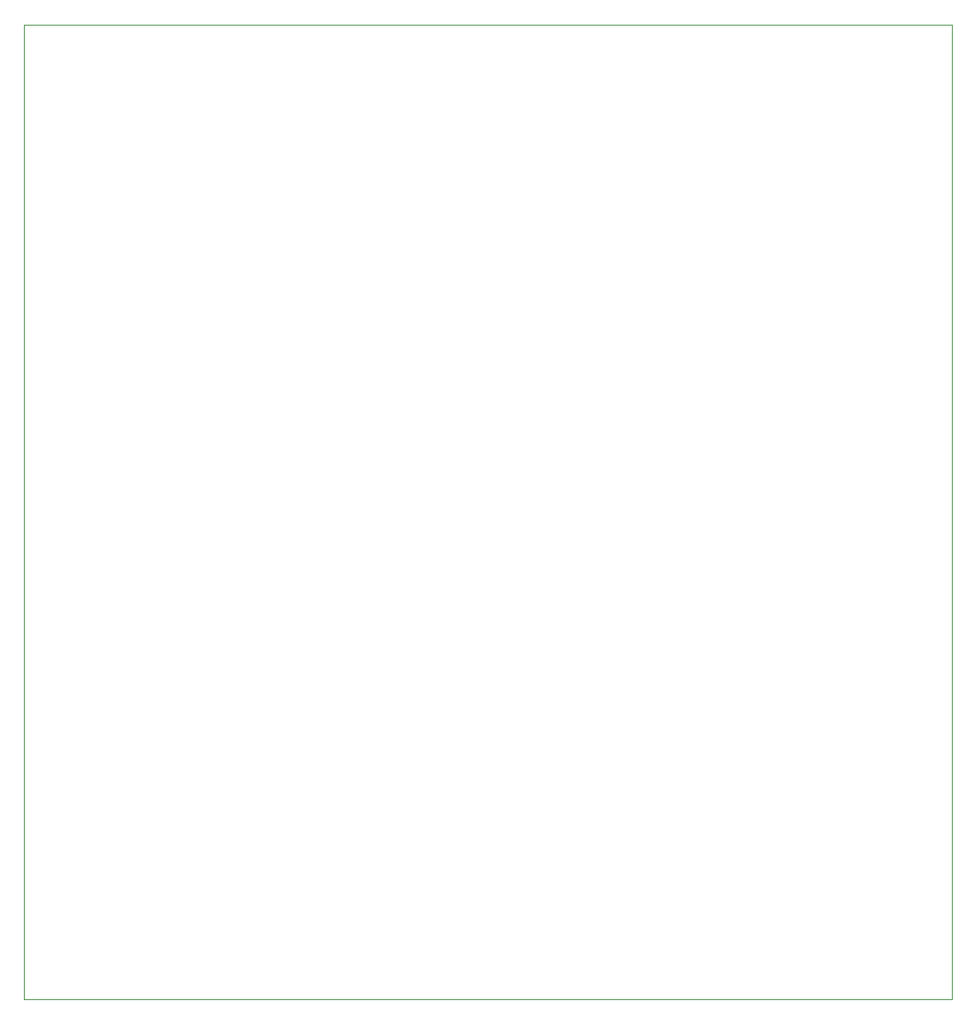
<source format=gbr>
%TF.GenerationSoftware,KiCad,Pcbnew,(6.0.4-0)*%
%TF.CreationDate,2022-07-25T20:49:23-05:00*%
%TF.ProjectId,beyblock20,62657962-6c6f-4636-9b32-302e6b696361,rev?*%
%TF.SameCoordinates,Original*%
%TF.FileFunction,Profile,NP*%
%FSLAX46Y46*%
G04 Gerber Fmt 4.6, Leading zero omitted, Abs format (unit mm)*
G04 Created by KiCad (PCBNEW (6.0.4-0)) date 2022-07-25 20:49:23*
%MOMM*%
%LPD*%
G01*
G04 APERTURE LIST*
%TA.AperFunction,Profile*%
%ADD10C,0.100000*%
%TD*%
G04 APERTURE END LIST*
D10*
X67468750Y-18256250D02*
X162718750Y-18256250D01*
X67468750Y-118268750D02*
X162718750Y-118268750D01*
X162718750Y-18256250D02*
X162718750Y-118268750D01*
X67468750Y-18256250D02*
X67468750Y-118268750D01*
M02*

</source>
